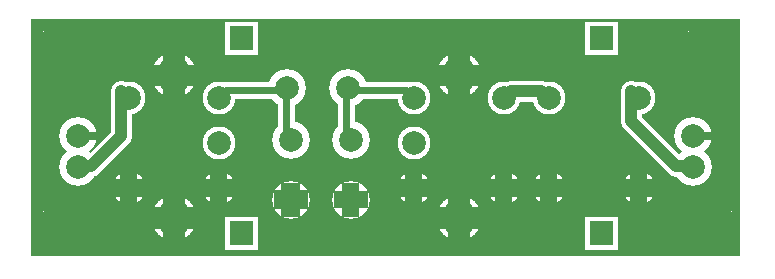
<source format=gbr>
%FSLAX34Y34*%
%MOMM*%
%LNCOPPER_BOTTOM*%
G71*
G01*
%ADD10C,3.200*%
%ADD11C,2.800*%
%ADD12C,2.800*%
%ADD13C,3.800*%
%ADD14C,1.400*%
%ADD15C,4.200*%
%ADD16C,1.800*%
%ADD17C,1.607*%
%ADD18C,1.447*%
%ADD19C,1.860*%
%ADD20C,0.667*%
%ADD21C,0.813*%
%ADD22C,2.973*%
%ADD23C,2.000*%
%ADD24C,2.000*%
%ADD25C,3.000*%
%ADD26C,0.600*%
%ADD27C,4.000*%
%ADD28C,1.000*%
%LPD*%
G36*
X0Y200000D02*
X600000Y200000D01*
X600000Y0D01*
X0Y0D01*
X0Y200000D01*
G37*
%LPC*%
X267741Y142221D02*
G54D10*
D03*
X216760Y142109D02*
G54D10*
D03*
X219377Y98123D02*
G54D10*
D03*
X219490Y47142D02*
G54D10*
D03*
X270177Y98123D02*
G54D10*
D03*
X270290Y47142D02*
G54D10*
D03*
X219490Y47142D02*
G54D11*
D03*
X270290Y47142D02*
G54D11*
D03*
X438150Y133450D02*
G54D12*
D03*
X438150Y57250D02*
G54D12*
D03*
X514350Y57250D02*
G54D12*
D03*
X514350Y133450D02*
G54D12*
D03*
X514350Y57250D02*
G54D11*
D03*
X514350Y133450D02*
G54D11*
D03*
X82550Y133450D02*
G54D12*
D03*
X82550Y57250D02*
G54D12*
D03*
X158750Y133450D02*
G54D12*
D03*
X82550Y133450D02*
G54D12*
D03*
X158750Y133450D02*
G54D12*
D03*
X158750Y57250D02*
G54D12*
D03*
X120650Y152500D02*
G54D13*
D03*
X120650Y31850D02*
G54D13*
D03*
X323850Y133450D02*
G54D12*
D03*
X323850Y57250D02*
G54D12*
D03*
X400050Y133450D02*
G54D12*
D03*
X323850Y133450D02*
G54D12*
D03*
X400050Y133450D02*
G54D12*
D03*
X400050Y57250D02*
G54D12*
D03*
X82550Y57250D02*
G54D11*
D03*
X158750Y57250D02*
G54D11*
D03*
X323850Y57250D02*
G54D11*
D03*
X400050Y57250D02*
G54D11*
D03*
X361950Y152500D02*
G54D13*
D03*
X361950Y31850D02*
G54D13*
D03*
G54D14*
X158750Y133450D02*
X165100Y139800D01*
X215900Y139800D01*
X216760Y142109D01*
G54D14*
X219377Y98123D02*
X222250Y95350D01*
X215900Y101700D01*
X215900Y139800D01*
X216760Y142109D01*
G54D14*
X270177Y98123D02*
X273050Y95350D01*
X266700Y101700D01*
X266700Y139800D01*
X267741Y142221D01*
G54D14*
X323850Y133450D02*
X317500Y139800D01*
X266700Y139800D01*
X267741Y142221D01*
X120650Y31850D02*
G54D13*
D03*
X361950Y31850D02*
G54D13*
D03*
X361950Y152500D02*
G54D13*
D03*
X39741Y100916D02*
G54D10*
D03*
X39741Y75416D02*
G54D10*
D03*
X560441Y100916D02*
G54D10*
D03*
X560441Y75416D02*
G54D10*
D03*
X25400Y22200D02*
G54D15*
D03*
X25400Y174600D02*
G54D15*
D03*
X571500Y174600D02*
G54D15*
D03*
X577850Y22200D02*
G54D15*
D03*
X438150Y57250D02*
G54D11*
D03*
G54D16*
X39741Y75416D02*
X38100Y76200D01*
X50800Y76200D01*
X76200Y101600D01*
X76200Y139700D01*
X82550Y133450D01*
G54D16*
X560441Y75416D02*
X558800Y76200D01*
X546100Y76200D01*
X508000Y114300D01*
X508000Y139700D01*
X514350Y133450D01*
G54D16*
X400050Y133450D02*
X406400Y139700D01*
X431800Y139700D01*
X438150Y133450D01*
G36*
X468600Y33050D02*
X496600Y33050D01*
X496600Y5050D01*
X468600Y5050D01*
X468600Y33050D01*
G37*
G36*
X163800Y33050D02*
X191800Y33050D01*
X191800Y5050D01*
X163800Y5050D01*
X163800Y33050D01*
G37*
G36*
X163800Y198150D02*
X191800Y198150D01*
X191800Y170150D01*
X163800Y170150D01*
X163800Y198150D01*
G37*
G36*
X468600Y198150D02*
X496600Y198150D01*
X496600Y170150D01*
X468600Y170150D01*
X468600Y198150D01*
G37*
X158750Y95350D02*
G54D12*
D03*
X323850Y95350D02*
G54D12*
D03*
%LPD*%
G54D17*
G36*
X211456Y47142D02*
X211456Y61642D01*
X227523Y61642D01*
X227523Y47142D01*
X211456Y47142D01*
G37*
G36*
X219490Y55176D02*
X233990Y55176D01*
X233990Y39109D01*
X219490Y39109D01*
X219490Y55176D01*
G37*
G36*
X227523Y47142D02*
X227523Y32642D01*
X211456Y32642D01*
X211456Y47142D01*
X227523Y47142D01*
G37*
G36*
X219490Y39109D02*
X204990Y39109D01*
X204990Y55176D01*
X219490Y55176D01*
X219490Y39109D01*
G37*
G54D18*
G36*
X263056Y47142D02*
X263056Y61642D01*
X277523Y61642D01*
X277523Y47142D01*
X263056Y47142D01*
G37*
G36*
X270290Y54376D02*
X284790Y54376D01*
X284790Y39909D01*
X270290Y39909D01*
X270290Y54376D01*
G37*
G36*
X277523Y47142D02*
X277523Y32642D01*
X263056Y32642D01*
X263056Y47142D01*
X277523Y47142D01*
G37*
G36*
X270290Y39909D02*
X255790Y39909D01*
X255790Y54376D01*
X270290Y54376D01*
X270290Y39909D01*
G37*
G54D18*
G36*
X507117Y57250D02*
X507117Y71750D01*
X521583Y71750D01*
X521583Y57250D01*
X507117Y57250D01*
G37*
G36*
X514350Y64483D02*
X528850Y64483D01*
X528850Y50017D01*
X514350Y50017D01*
X514350Y64483D01*
G37*
G36*
X521583Y57250D02*
X521583Y42750D01*
X507117Y42750D01*
X507117Y57250D01*
X521583Y57250D01*
G37*
G36*
X514350Y50017D02*
X499850Y50017D01*
X499850Y64483D01*
X514350Y64483D01*
X514350Y50017D01*
G37*
G54D19*
G36*
X111350Y152500D02*
X111350Y172000D01*
X129950Y172000D01*
X129950Y152500D01*
X111350Y152500D01*
G37*
G36*
X120650Y161800D02*
X140150Y161800D01*
X140150Y143200D01*
X120650Y143200D01*
X120650Y161800D01*
G37*
G36*
X129950Y152500D02*
X129950Y133000D01*
X111350Y133000D01*
X111350Y152500D01*
X129950Y152500D01*
G37*
G36*
X120650Y143200D02*
X101150Y143200D01*
X101150Y161800D01*
X120650Y161800D01*
X120650Y143200D01*
G37*
G54D18*
G36*
X75317Y57250D02*
X75317Y71750D01*
X89783Y71750D01*
X89783Y57250D01*
X75317Y57250D01*
G37*
G36*
X82550Y64483D02*
X97050Y64483D01*
X97050Y50017D01*
X82550Y50017D01*
X82550Y64483D01*
G37*
G36*
X89783Y57250D02*
X89783Y42750D01*
X75317Y42750D01*
X75317Y57250D01*
X89783Y57250D01*
G37*
G36*
X82550Y50017D02*
X68050Y50017D01*
X68050Y64483D01*
X82550Y64483D01*
X82550Y50017D01*
G37*
G54D18*
G36*
X151517Y57250D02*
X151517Y71750D01*
X165983Y71750D01*
X165983Y57250D01*
X151517Y57250D01*
G37*
G36*
X158750Y64483D02*
X173250Y64483D01*
X173250Y50017D01*
X158750Y50017D01*
X158750Y64483D01*
G37*
G36*
X165983Y57250D02*
X165983Y42750D01*
X151517Y42750D01*
X151517Y57250D01*
X165983Y57250D01*
G37*
G36*
X158750Y50017D02*
X144250Y50017D01*
X144250Y64483D01*
X158750Y64483D01*
X158750Y50017D01*
G37*
G54D18*
G36*
X316617Y57250D02*
X316617Y71750D01*
X331083Y71750D01*
X331083Y57250D01*
X316617Y57250D01*
G37*
G36*
X323850Y64483D02*
X338350Y64483D01*
X338350Y50017D01*
X323850Y50017D01*
X323850Y64483D01*
G37*
G36*
X331083Y57250D02*
X331083Y42750D01*
X316617Y42750D01*
X316617Y57250D01*
X331083Y57250D01*
G37*
G36*
X323850Y50017D02*
X309350Y50017D01*
X309350Y64483D01*
X323850Y64483D01*
X323850Y50017D01*
G37*
G54D18*
G36*
X392817Y57250D02*
X392817Y71750D01*
X407283Y71750D01*
X407283Y57250D01*
X392817Y57250D01*
G37*
G36*
X400050Y64483D02*
X414550Y64483D01*
X414550Y50017D01*
X400050Y50017D01*
X400050Y64483D01*
G37*
G36*
X407283Y57250D02*
X407283Y42750D01*
X392817Y42750D01*
X392817Y57250D01*
X407283Y57250D01*
G37*
G36*
X400050Y50017D02*
X385550Y50017D01*
X385550Y64483D01*
X400050Y64483D01*
X400050Y50017D01*
G37*
G54D19*
G36*
X111350Y31850D02*
X111350Y51350D01*
X129950Y51350D01*
X129950Y31850D01*
X111350Y31850D01*
G37*
G36*
X120650Y41150D02*
X140150Y41150D01*
X140150Y22550D01*
X120650Y22550D01*
X120650Y41150D01*
G37*
G36*
X129950Y31850D02*
X129950Y12350D01*
X111350Y12350D01*
X111350Y31850D01*
X129950Y31850D01*
G37*
G36*
X120650Y22550D02*
X101150Y22550D01*
X101150Y41150D01*
X120650Y41150D01*
X120650Y22550D01*
G37*
G54D19*
G36*
X352650Y31850D02*
X352650Y51350D01*
X371250Y51350D01*
X371250Y31850D01*
X352650Y31850D01*
G37*
G36*
X361950Y41150D02*
X381450Y41150D01*
X381450Y22550D01*
X361950Y22550D01*
X361950Y41150D01*
G37*
G36*
X371250Y31850D02*
X371250Y12350D01*
X352650Y12350D01*
X352650Y31850D01*
X371250Y31850D01*
G37*
G36*
X361950Y22550D02*
X342450Y22550D01*
X342450Y41150D01*
X361950Y41150D01*
X361950Y22550D01*
G37*
G54D19*
G36*
X352650Y152500D02*
X352650Y172000D01*
X371250Y172000D01*
X371250Y152500D01*
X352650Y152500D01*
G37*
G36*
X361950Y161800D02*
X381450Y161800D01*
X381450Y143200D01*
X361950Y143200D01*
X361950Y161800D01*
G37*
G36*
X371250Y152500D02*
X371250Y133000D01*
X352650Y133000D01*
X352650Y152500D01*
X371250Y152500D01*
G37*
G36*
X361950Y143200D02*
X342450Y143200D01*
X342450Y161800D01*
X361950Y161800D01*
X361950Y143200D01*
G37*
G54D20*
G36*
X39741Y104250D02*
X56241Y104250D01*
X56241Y97583D01*
X39741Y97583D01*
X39741Y104250D01*
G37*
G54D21*
G54D20*
G36*
X560441Y104250D02*
X576941Y104250D01*
X576941Y97583D01*
X560441Y97583D01*
X560441Y104250D01*
G37*
G54D21*
G54D22*
G36*
X25400Y37067D02*
X46900Y37067D01*
X46900Y7333D01*
X25400Y7333D01*
X25400Y37067D01*
G37*
G36*
X40267Y22200D02*
X40267Y700D01*
X10533Y700D01*
X10533Y22200D01*
X40267Y22200D01*
G37*
G36*
X25400Y7333D02*
X3900Y7333D01*
X3900Y37067D01*
X25400Y37067D01*
X25400Y7333D01*
G37*
G36*
X10533Y22200D02*
X10533Y43700D01*
X40267Y43700D01*
X40267Y22200D01*
X10533Y22200D01*
G37*
G54D22*
G36*
X25400Y189467D02*
X46900Y189467D01*
X46900Y159733D01*
X25400Y159733D01*
X25400Y189467D01*
G37*
G36*
X40267Y174600D02*
X40267Y153100D01*
X10533Y153100D01*
X10533Y174600D01*
X40267Y174600D01*
G37*
G36*
X25400Y159733D02*
X3900Y159733D01*
X3900Y189467D01*
X25400Y189467D01*
X25400Y159733D01*
G37*
G36*
X10533Y174600D02*
X10533Y196100D01*
X40267Y196100D01*
X40267Y174600D01*
X10533Y174600D01*
G37*
G54D22*
G36*
X571500Y189467D02*
X593000Y189467D01*
X593000Y159733D01*
X571500Y159733D01*
X571500Y189467D01*
G37*
G36*
X586367Y174600D02*
X586367Y153100D01*
X556633Y153100D01*
X556633Y174600D01*
X586367Y174600D01*
G37*
G36*
X571500Y159733D02*
X550000Y159733D01*
X550000Y189467D01*
X571500Y189467D01*
X571500Y159733D01*
G37*
G36*
X556633Y174600D02*
X556633Y196100D01*
X586367Y196100D01*
X586367Y174600D01*
X556633Y174600D01*
G37*
G54D22*
G36*
X577850Y37067D02*
X599350Y37067D01*
X599350Y7333D01*
X577850Y7333D01*
X577850Y37067D01*
G37*
G36*
X592717Y22200D02*
X592717Y700D01*
X562983Y700D01*
X562983Y22200D01*
X592717Y22200D01*
G37*
G36*
X577850Y7333D02*
X556350Y7333D01*
X556350Y37067D01*
X577850Y37067D01*
X577850Y7333D01*
G37*
G36*
X562983Y22200D02*
X562983Y43700D01*
X592717Y43700D01*
X592717Y22200D01*
X562983Y22200D01*
G37*
G54D18*
G36*
X430917Y57250D02*
X430917Y71750D01*
X445383Y71750D01*
X445383Y57250D01*
X430917Y57250D01*
G37*
G36*
X438150Y64483D02*
X452650Y64483D01*
X452650Y50017D01*
X438150Y50017D01*
X438150Y64483D01*
G37*
G36*
X445383Y57250D02*
X445383Y42750D01*
X430917Y42750D01*
X430917Y57250D01*
X445383Y57250D01*
G37*
G36*
X438150Y50017D02*
X423650Y50017D01*
X423650Y64483D01*
X438150Y64483D01*
X438150Y50017D01*
G37*
X267741Y142221D02*
G54D23*
D03*
X216760Y142109D02*
G54D23*
D03*
X219377Y98123D02*
G54D23*
D03*
X219490Y47142D02*
G54D23*
D03*
X270177Y98123D02*
G54D23*
D03*
X270290Y47142D02*
G54D23*
D03*
X219490Y47142D02*
G54D24*
D03*
X270290Y47142D02*
G54D24*
D03*
X438150Y133450D02*
G54D23*
D03*
X438150Y57250D02*
G54D23*
D03*
X514350Y57250D02*
G54D23*
D03*
X514350Y133450D02*
G54D23*
D03*
X514350Y57250D02*
G54D24*
D03*
X514350Y133450D02*
G54D24*
D03*
X82550Y133450D02*
G54D23*
D03*
X82550Y57250D02*
G54D23*
D03*
X158750Y133450D02*
G54D23*
D03*
X82550Y133450D02*
G54D23*
D03*
X158750Y133450D02*
G54D23*
D03*
X158750Y57250D02*
G54D23*
D03*
X120650Y152500D02*
G54D25*
D03*
X120650Y31850D02*
G54D25*
D03*
X323850Y133450D02*
G54D23*
D03*
X323850Y57250D02*
G54D23*
D03*
X400050Y133450D02*
G54D23*
D03*
X323850Y133450D02*
G54D23*
D03*
X400050Y133450D02*
G54D23*
D03*
X400050Y57250D02*
G54D23*
D03*
X82550Y57250D02*
G54D24*
D03*
X158750Y57250D02*
G54D24*
D03*
X323850Y57250D02*
G54D24*
D03*
X400050Y57250D02*
G54D24*
D03*
X361950Y152500D02*
G54D25*
D03*
X361950Y31850D02*
G54D25*
D03*
G54D26*
X158750Y133450D02*
X165100Y139800D01*
X215900Y139800D01*
X216760Y142109D01*
G54D26*
X219377Y98123D02*
X222250Y95350D01*
X215900Y101700D01*
X215900Y139800D01*
X216760Y142109D01*
G54D26*
X270177Y98123D02*
X273050Y95350D01*
X266700Y101700D01*
X266700Y139800D01*
X267741Y142221D01*
G54D26*
X323850Y133450D02*
X317500Y139800D01*
X266700Y139800D01*
X267741Y142221D01*
X120650Y31850D02*
G54D25*
D03*
X361950Y31850D02*
G54D25*
D03*
X361950Y152500D02*
G54D25*
D03*
X39741Y100916D02*
G54D23*
D03*
X39741Y75416D02*
G54D23*
D03*
X560441Y100916D02*
G54D23*
D03*
X560441Y75416D02*
G54D23*
D03*
X25400Y22200D02*
G54D27*
D03*
X25400Y174600D02*
G54D27*
D03*
X571500Y174600D02*
G54D27*
D03*
X577850Y22200D02*
G54D27*
D03*
X438150Y57250D02*
G54D24*
D03*
G54D28*
X39741Y75416D02*
X38100Y76200D01*
X50800Y76200D01*
X76200Y101600D01*
X76200Y139700D01*
X82550Y133450D01*
G54D28*
X560441Y75416D02*
X558800Y76200D01*
X546100Y76200D01*
X508000Y114300D01*
X508000Y139700D01*
X514350Y133450D01*
G54D28*
X400050Y133450D02*
X406400Y139700D01*
X431800Y139700D01*
X438150Y133450D01*
G36*
X472600Y29050D02*
X492600Y29050D01*
X492600Y9050D01*
X472600Y9050D01*
X472600Y29050D01*
G37*
G36*
X167800Y29050D02*
X187800Y29050D01*
X187800Y9050D01*
X167800Y9050D01*
X167800Y29050D01*
G37*
G36*
X167800Y194150D02*
X187800Y194150D01*
X187800Y174150D01*
X167800Y174150D01*
X167800Y194150D01*
G37*
G36*
X472600Y194150D02*
X492600Y194150D01*
X492600Y174150D01*
X472600Y174150D01*
X472600Y194150D01*
G37*
X158750Y95350D02*
G54D23*
D03*
X323850Y95350D02*
G54D23*
D03*
M02*

</source>
